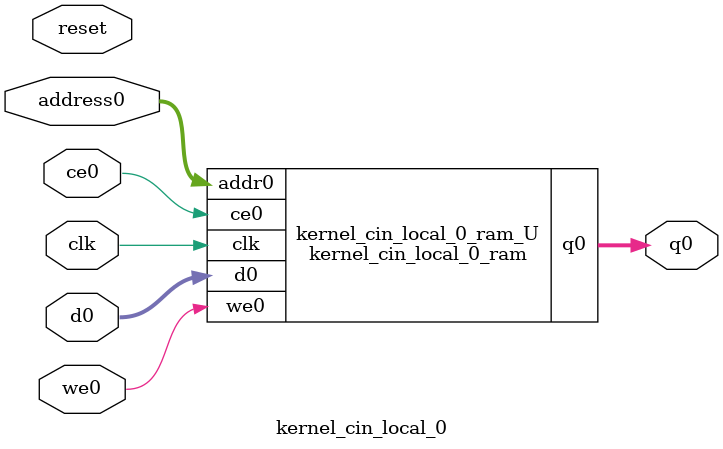
<source format=v>
`timescale 1 ns / 1 ps
module kernel_cin_local_0_ram (addr0, ce0, d0, we0, q0,  clk);

parameter DWIDTH = 32;
parameter AWIDTH = 14;
parameter MEM_SIZE = 10976;

input[AWIDTH-1:0] addr0;
input ce0;
input[DWIDTH-1:0] d0;
input we0;
output reg[DWIDTH-1:0] q0;
input clk;

(* ram_style = "block" *)reg [DWIDTH-1:0] ram[0:MEM_SIZE-1];




always @(posedge clk)  
begin 
    if (ce0) 
    begin
        if (we0) 
        begin 
            ram[addr0] <= d0; 
        end 
        q0 <= ram[addr0];
    end
end


endmodule

`timescale 1 ns / 1 ps
module kernel_cin_local_0(
    reset,
    clk,
    address0,
    ce0,
    we0,
    d0,
    q0);

parameter DataWidth = 32'd32;
parameter AddressRange = 32'd10976;
parameter AddressWidth = 32'd14;
input reset;
input clk;
input[AddressWidth - 1:0] address0;
input ce0;
input we0;
input[DataWidth - 1:0] d0;
output[DataWidth - 1:0] q0;



kernel_cin_local_0_ram kernel_cin_local_0_ram_U(
    .clk( clk ),
    .addr0( address0 ),
    .ce0( ce0 ),
    .we0( we0 ),
    .d0( d0 ),
    .q0( q0 ));

endmodule


</source>
